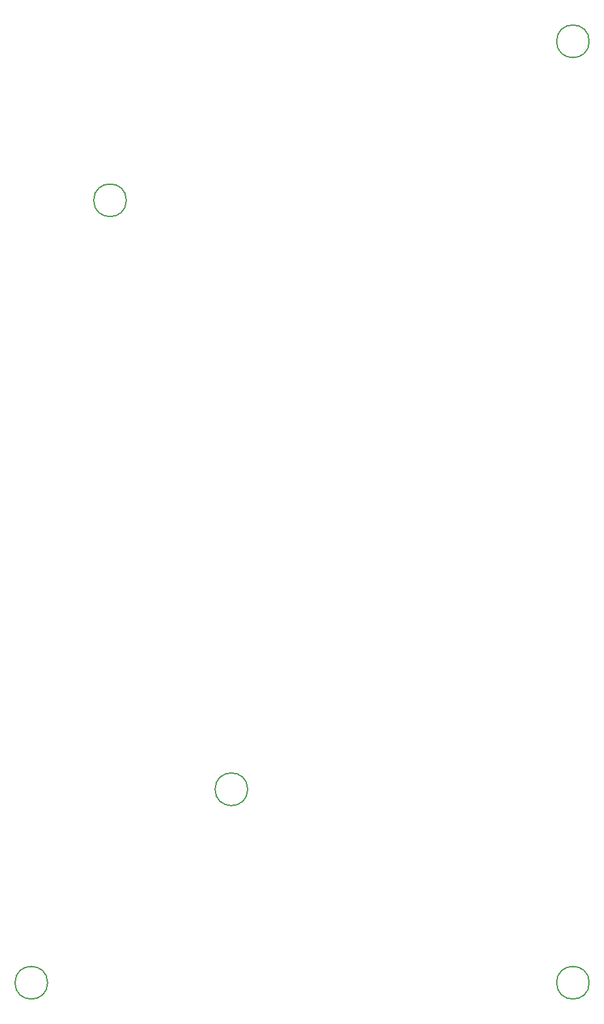
<source format=gbr>
%TF.GenerationSoftware,KiCad,Pcbnew,8.0.4*%
%TF.CreationDate,2024-10-18T15:11:07-05:00*%
%TF.ProjectId,numlocked_numpad,6e756d6c-6f63-46b6-9564-5f6e756d7061,rev?*%
%TF.SameCoordinates,Original*%
%TF.FileFunction,Other,Comment*%
%FSLAX46Y46*%
G04 Gerber Fmt 4.6, Leading zero omitted, Abs format (unit mm)*
G04 Created by KiCad (PCBNEW 8.0.4) date 2024-10-18 15:11:07*
%MOMM*%
%LPD*%
G01*
G04 APERTURE LIST*
%ADD10C,0.150000*%
G04 APERTURE END LIST*
D10*
%TO.C,H5*%
X168856250Y-49500000D02*
G75*
G02*
X164456250Y-49500000I-2200000J0D01*
G01*
X164456250Y-49500000D02*
G75*
G02*
X168856250Y-49500000I2200000J0D01*
G01*
%TO.C,H4*%
X168856250Y-176220900D02*
G75*
G02*
X164456250Y-176220900I-2200000J0D01*
G01*
X164456250Y-176220900D02*
G75*
G02*
X168856250Y-176220900I2200000J0D01*
G01*
%TO.C,H2*%
X95893750Y-176220900D02*
G75*
G02*
X91493750Y-176220900I-2200000J0D01*
G01*
X91493750Y-176220900D02*
G75*
G02*
X95893750Y-176220900I2200000J0D01*
G01*
%TO.C,H6*%
X122850000Y-150181250D02*
G75*
G02*
X118450000Y-150181250I-2200000J0D01*
G01*
X118450000Y-150181250D02*
G75*
G02*
X122850000Y-150181250I2200000J0D01*
G01*
%TO.C,H1*%
X106500000Y-70900000D02*
G75*
G02*
X102100000Y-70900000I-2200000J0D01*
G01*
X102100000Y-70900000D02*
G75*
G02*
X106500000Y-70900000I2200000J0D01*
G01*
%TD*%
M02*

</source>
